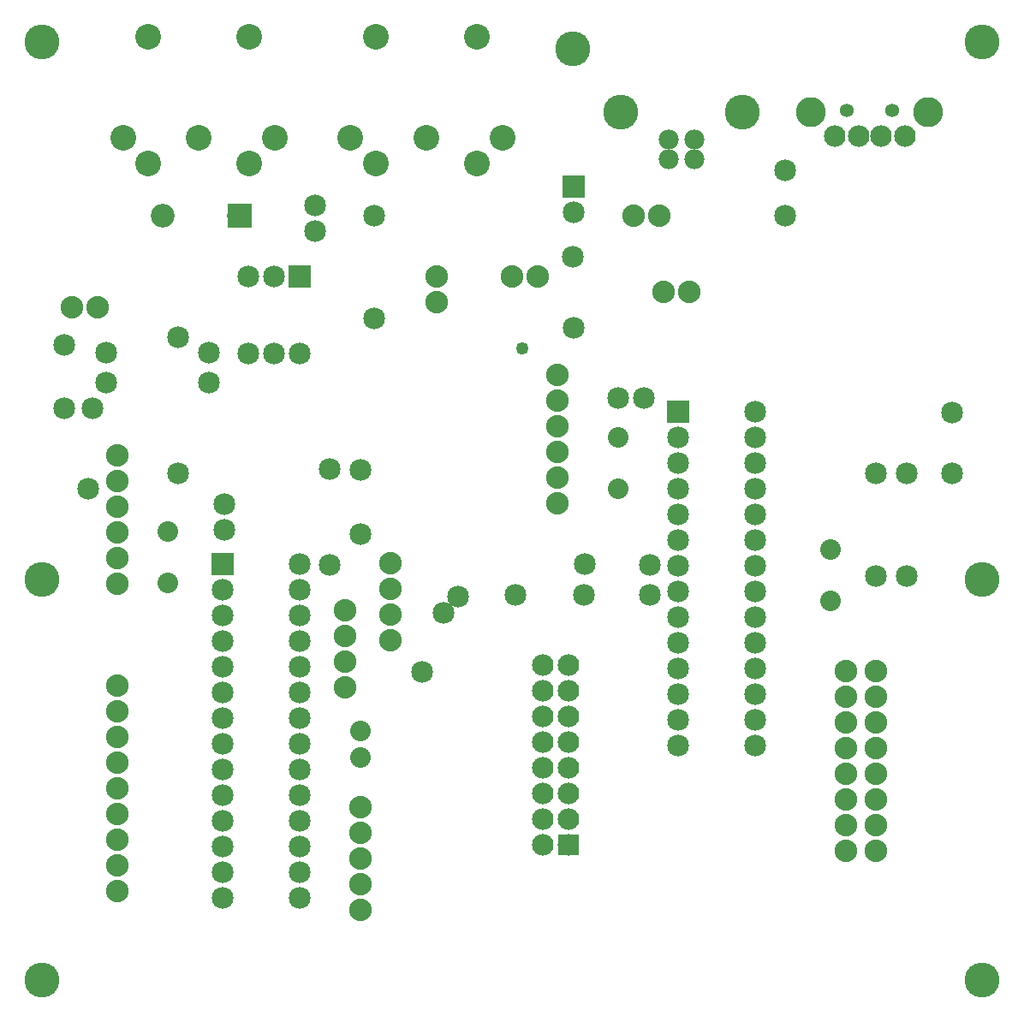
<source format=gts>
G04 MADE WITH FRITZING*
G04 WWW.FRITZING.ORG*
G04 DOUBLE SIDED*
G04 HOLES PLATED*
G04 CONTOUR ON CENTER OF CONTOUR VECTOR*
%ASAXBY*%
%FSLAX23Y23*%
%MOIN*%
%OFA0B0*%
%SFA1.0B1.0*%
%ADD10C,0.085000*%
%ADD11C,0.088000*%
%ADD12C,0.049370*%
%ADD13C,0.078000*%
%ADD14C,0.136000*%
%ADD15C,0.084000*%
%ADD16C,0.116614*%
%ADD17C,0.053307*%
%ADD18C,0.135984*%
%ADD19C,0.092000*%
%ADD20C,0.080000*%
%ADD21C,0.100000*%
%ADD22R,0.085000X0.085000*%
%ADD23R,0.092000X0.092000*%
%ADD24R,0.084000X0.084000*%
%LNMASK1*%
G90*
G70*
G54D10*
X2255Y1764D03*
X2509Y1762D03*
X2251Y1644D03*
X2509Y1644D03*
G54D11*
X437Y1290D03*
X437Y1190D03*
X437Y1090D03*
X437Y990D03*
X437Y890D03*
X437Y790D03*
X437Y690D03*
X437Y590D03*
X437Y490D03*
X1382Y817D03*
X1382Y717D03*
X1382Y617D03*
X1382Y517D03*
X1382Y417D03*
G54D10*
X1762Y1638D03*
X1987Y1646D03*
X1264Y1762D03*
X1264Y2134D03*
X1382Y1880D03*
X1382Y2130D03*
G54D11*
X2445Y3120D03*
X2545Y3120D03*
X1323Y1585D03*
X1323Y1485D03*
X1323Y1385D03*
X1323Y1285D03*
G54D10*
X228Y2371D03*
X230Y2619D03*
X2209Y2960D03*
X2211Y2684D03*
G54D12*
X2014Y2606D03*
G54D10*
X3685Y2353D03*
X3685Y2117D03*
X3036Y3298D03*
X3036Y3120D03*
X674Y2117D03*
X674Y2648D03*
X338Y2371D03*
X324Y2057D03*
X1624Y1343D03*
X1706Y1576D03*
G54D13*
X2583Y3341D03*
X2681Y3341D03*
X2681Y3419D03*
X2583Y3419D03*
G54D14*
X2395Y3526D03*
X2869Y3526D03*
G54D15*
X3503Y3432D03*
X3410Y3432D03*
X3321Y3432D03*
X3228Y3432D03*
G54D16*
X3137Y3526D03*
X3594Y3526D03*
G54D17*
X3454Y3530D03*
X3277Y3530D03*
G54D15*
X3503Y3432D03*
X3410Y3432D03*
X3321Y3432D03*
X3228Y3432D03*
G54D16*
X3137Y3526D03*
X3594Y3526D03*
G54D17*
X3454Y3530D03*
X3277Y3530D03*
G54D18*
X142Y3797D03*
X3804Y1703D03*
X142Y1703D03*
X142Y144D03*
X3804Y144D03*
X2209Y3770D03*
X3804Y3797D03*
G54D11*
X1678Y2884D03*
X1678Y2784D03*
X260Y2766D03*
X360Y2766D03*
G54D10*
X1146Y2884D03*
X1146Y2584D03*
X1046Y2884D03*
X1046Y2584D03*
X946Y2884D03*
X946Y2584D03*
G54D19*
X910Y3120D03*
X612Y3120D03*
G54D11*
X1973Y2884D03*
X2073Y2884D03*
X2563Y2825D03*
X2663Y2825D03*
G54D20*
X1382Y1113D03*
X1382Y1012D03*
X3213Y1821D03*
X3213Y1621D03*
G54D21*
X752Y3424D03*
X458Y3424D03*
X1049Y3424D03*
X949Y3325D03*
X555Y3325D03*
X949Y3817D03*
X555Y3817D03*
X752Y3424D03*
X458Y3424D03*
X1049Y3424D03*
X949Y3325D03*
X555Y3325D03*
X949Y3817D03*
X555Y3817D03*
X1638Y3424D03*
X1344Y3424D03*
X1935Y3424D03*
X1835Y3325D03*
X1441Y3325D03*
X1835Y3817D03*
X1441Y3817D03*
X1638Y3424D03*
X1344Y3424D03*
X1935Y3424D03*
X1835Y3325D03*
X1441Y3325D03*
X1835Y3817D03*
X1441Y3817D03*
G54D10*
X1436Y3120D03*
X1436Y2720D03*
G54D11*
X437Y2187D03*
X437Y2087D03*
X437Y1987D03*
X437Y1887D03*
X437Y1787D03*
X437Y1687D03*
X2150Y2502D03*
X2150Y2402D03*
X2150Y2302D03*
X2150Y2202D03*
X2150Y2102D03*
X2150Y2002D03*
G54D20*
X631Y1691D03*
X631Y1891D03*
X2386Y2057D03*
X2386Y2257D03*
G54D11*
X3390Y649D03*
X3390Y749D03*
X3390Y849D03*
X3390Y949D03*
X3390Y1049D03*
X3390Y1149D03*
X3390Y1249D03*
X3390Y1349D03*
X3272Y649D03*
X3272Y749D03*
X3272Y849D03*
X3272Y949D03*
X3272Y1049D03*
X3272Y1149D03*
X3272Y1249D03*
X3272Y1349D03*
G54D15*
X2091Y672D03*
X2091Y772D03*
X2091Y872D03*
X2091Y972D03*
X2091Y1072D03*
X2091Y1172D03*
X2091Y1272D03*
X2091Y1372D03*
X2191Y672D03*
X2191Y772D03*
X2191Y872D03*
X2191Y972D03*
X2191Y1072D03*
X2191Y1172D03*
X2191Y1272D03*
X2191Y1372D03*
G54D11*
X1500Y1467D03*
X1500Y1567D03*
X1500Y1667D03*
X1500Y1767D03*
G54D10*
X846Y1765D03*
X1146Y1765D03*
X846Y1665D03*
X1146Y1665D03*
X846Y1565D03*
X1146Y1565D03*
X846Y1465D03*
X1146Y1465D03*
X846Y1365D03*
X1146Y1365D03*
X846Y1265D03*
X1146Y1265D03*
X846Y1165D03*
X1146Y1165D03*
X846Y1065D03*
X1146Y1065D03*
X846Y965D03*
X1146Y965D03*
X846Y865D03*
X1146Y865D03*
X846Y765D03*
X1146Y765D03*
X846Y665D03*
X1146Y665D03*
X846Y565D03*
X1146Y565D03*
X846Y465D03*
X1146Y465D03*
X2618Y2357D03*
X2918Y2357D03*
X2618Y2257D03*
X2918Y2257D03*
X2618Y2157D03*
X2918Y2157D03*
X2618Y2057D03*
X2918Y2057D03*
X2618Y1957D03*
X2918Y1957D03*
X2618Y1857D03*
X2918Y1857D03*
X2618Y1757D03*
X2918Y1757D03*
X2618Y1657D03*
X2918Y1657D03*
X2618Y1557D03*
X2918Y1557D03*
X2618Y1457D03*
X2918Y1457D03*
X2618Y1357D03*
X2918Y1357D03*
X2618Y1257D03*
X2918Y1257D03*
X2618Y1157D03*
X2918Y1157D03*
X2618Y1057D03*
X2918Y1057D03*
X3508Y2117D03*
X3508Y1717D03*
X3390Y2117D03*
X3390Y1717D03*
X851Y1998D03*
X851Y1898D03*
X2386Y2412D03*
X2486Y2412D03*
X2213Y3234D03*
X2213Y3134D03*
X792Y2471D03*
X392Y2471D03*
X792Y2589D03*
X392Y2589D03*
X1205Y3061D03*
X1205Y3161D03*
G54D22*
X1146Y2884D03*
G54D23*
X911Y3120D03*
G54D24*
X2191Y672D03*
G54D22*
X846Y1765D03*
X2618Y2357D03*
X2213Y3234D03*
G04 End of Mask1*
M02*
</source>
